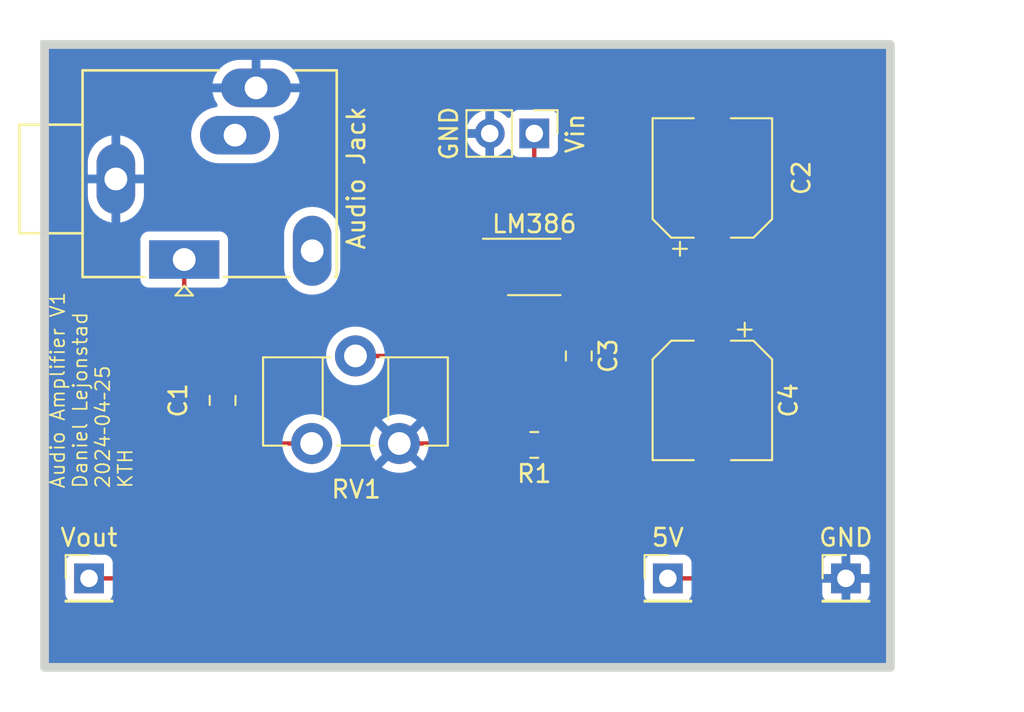
<source format=kicad_pcb>
(kicad_pcb (version 20221018) (generator pcbnew)
  (layers (0 "F.Cu" signal) (31 "B.Cu" signal) (34 "B.Paste" user) (35 "F.Paste" user) (36 "B.SilkS" user "B.Silkscreen") (37 "F.SilkS" user "F.Silkscreen") (38 "B.Mask" user) (39 "F.Mask" user) (44 "Edge.Cuts" user))
  (net 0 "")
  (net 1 "Net-(C1-Pad1)")
  (net 2 "Net-(C1-Pad2)")
  (net 3 "Net-(U1-BYPASS)")
  (net 4 "Net-(U1--)")
  (net 5 "Net-(C3-Pad1)")
  (net 6 "Net-(C3-Pad2)")
  (net 7 "Net-(J5-Pin_1)")
  (net 8 "Net-(#FLG01-pwr)")
  (net 9 "GND")
  (net 12 "Net-(U1-+)")
  (footprint "Capacitor_SMD:CP_Elec_6.3x5.4" (layer "F.Cu") (at 116.84 73.66 90)
    (fp_text reference "C2" (at 0 5.08 90) (layer "F.SilkS"))
    (fp_text value "47")
    (fp_line (start -4.4375 -1.8475) (end -3.65 -1.8475) (stroke (width 0.12)) (layer "F.SilkS"))
    (fp_line (start -4.04375 -2.24125) (end -4.04375 -1.45375) (stroke (width 0.12)) (layer "F.SilkS"))
    (fp_line (start -3.41 -2.345563) (end -3.41 -1.06) (stroke (width 0.12)) (layer "F.SilkS"))
    (fp_line (start -3.41 -2.345563) (end -2.345563 -3.41) (stroke (width 0.12)) (layer "F.SilkS"))
    (fp_line (start -3.41 2.345563) (end -3.41 1.06) (stroke (width 0.12)) (layer "F.SilkS"))
    (fp_line (start -3.41 2.345563) (end -2.345563 3.41) (stroke (width 0.12)) (layer "F.SilkS"))
    (fp_line (start -2.345563 -3.41) (end 3.41 -3.41) (stroke (width 0.12)) (layer "F.SilkS"))
    (fp_line (start -2.345563 3.41) (end 3.41 3.41) (stroke (width 0.12)) (layer "F.SilkS"))
    (fp_line (start 3.41 -3.41) (end 3.41 -1.06) (stroke (width 0.12)) (layer "F.SilkS"))
    (fp_line (start 3.41 3.41) (end 3.41 1.06) (stroke (width 0.12)) (layer "F.SilkS"))
    (pad "1" smd roundrect (at -2.8 0 90) (size 3.5 1.6) (layers "F.Cu" "F.Paste" "F.Mask") (roundrect_rratio 0.15625) (net 3 "Net-(U1-BYPASS)"))
    (pad "2" smd roundrect (at 2.8 0 90) (size 3.5 1.6) (layers "F.Cu" "F.Paste" "F.Mask") (roundrect_rratio 0.15625) (net 4 "Net-(U1--)"))
  )
  (footprint "Potentiometer_THT:Potentiometer_Piher_PT-10-H05_Horizontal" (layer "F.Cu") (at 93.98 88.82 90)
    (fp_text reference "RV1" (at -2.62 2.54 180) (layer "F.SilkS"))
    (fp_text value "10k")
    (fp_line (start -0.121 -2.771) (end -0.121 -1.426) (stroke (width 0.12)) (layer "F.SilkS"))
    (fp_line (start -0.121 -2.771) (end 4.92 -2.771) (stroke (width 0.12)) (layer "F.SilkS"))
    (fp_line (start -0.121 1.426) (end -0.121 3.575) (stroke (width 0.12)) (layer "F.SilkS"))
    (fp_line (start -0.121 1.426) (end -0.121 3.575) (stroke (width 0.12)) (layer "F.SilkS"))
    (fp_line (start -0.121 6.425) (end -0.121 7.77) (stroke (width 0.12)) (layer "F.SilkS"))
    (fp_line (start -0.121 7.77) (end 4.92 7.77) (stroke (width 0.12)) (layer "F.SilkS"))
    (fp_line (start 1.381 0.63) (end 4.92 0.63) (stroke (width 0.12)) (layer "F.SilkS"))
    (fp_line (start 1.381 4.37) (end 4.92 4.37) (stroke (width 0.12)) (layer "F.SilkS"))
    (fp_line (start 4.92 -2.771) (end 4.92 1.075) (stroke (width 0.12)) (layer "F.SilkS"))
    (fp_line (start 4.92 0.63) (end 4.92 1.075) (stroke (width 0.12)) (layer "F.SilkS"))
    (fp_line (start 4.92 3.925) (end 4.92 4.37) (stroke (width 0.12)) (layer "F.SilkS"))
    (fp_line (start 4.92 3.925) (end 4.92 7.77) (stroke (width 0.12)) (layer "F.SilkS"))
    (pad "1" thru_hole circle (at 0 0 90) (size 2.34 2.34) (drill 1.3) (layers "*.Cu" "*.Mask") (net 2 "Net-(C1-Pad2)"))
    (pad "2" thru_hole circle (at 5 2.5 90) (size 2.34 2.34) (drill 1.3) (layers "*.Cu" "*.Mask") (net 12 "Net-(U1-+)"))
    (pad "3" thru_hole circle (at 0 5 90) (size 2.34 2.34) (drill 1.3) (layers "*.Cu" "*.Mask") (net 9 "GND"))
  )
  (footprint "Connector_PinHeader_2.54mm:PinHeader_1x01_P2.54mm_Vertical" (layer "F.Cu") (at 114.3 96.52)
    (fp_text reference "5V" (at 0 -2.33) (layer "F.SilkS"))
    (fp_text value "5V")
    (fp_line (start -1.33 -1.33) (end 0 -1.33) (stroke (width 0.12)) (layer "F.SilkS"))
    (fp_line (start -1.33 0) (end -1.33 -1.33) (stroke (width 0.12)) (layer "F.SilkS"))
    (fp_line (start -1.33 1.27) (end -1.33 1.33) (stroke (width 0.12)) (layer "F.SilkS"))
    (fp_line (start -1.33 1.27) (end 1.33 1.27) (stroke (width 0.12)) (layer "F.SilkS"))
    (fp_line (start -1.33 1.33) (end 1.33 1.33) (stroke (width 0.12)) (layer "F.SilkS"))
    (fp_line (start 1.33 1.27) (end 1.33 1.33) (stroke (width 0.12)) (layer "F.SilkS"))
    (pad "1" thru_hole rect (at 0 0) (size 1.7 1.7) (drill 1) (layers "*.Cu" "*.Mask") (net 8 "Net-(#FLG01-pwr)"))
  )
  (footprint "Connector_PinHeader_2.54mm:PinHeader_1x01_P2.54mm_Vertical" (layer "F.Cu") (at 81.28 96.52)
    (fp_text reference "Vout" (at 0 -2.33) (layer "F.SilkS"))
    (fp_text value "Vout")
    (fp_line (start -1.33 -1.33) (end 0 -1.33) (stroke (width 0.12)) (layer "F.SilkS"))
    (fp_line (start -1.33 0) (end -1.33 -1.33) (stroke (width 0.12)) (layer "F.SilkS"))
    (fp_line (start -1.33 1.27) (end -1.33 1.33) (stroke (width 0.12)) (layer "F.SilkS"))
    (fp_line (start -1.33 1.27) (end 1.33 1.27) (stroke (width 0.12)) (layer "F.SilkS"))
    (fp_line (start -1.33 1.33) (end 1.33 1.33) (stroke (width 0.12)) (layer "F.SilkS"))
    (fp_line (start 1.33 1.27) (end 1.33 1.33) (stroke (width 0.12)) (layer "F.SilkS"))
    (pad "1" thru_hole rect (at 0 0) (size 1.7 1.7) (drill 1) (layers "*.Cu" "*.Mask") (net 7 "Net-(J5-Pin_1)"))
  )
  (footprint "Package_SO:MSOP-8_3x3mm_P0.65mm" (layer "F.Cu") (at 106.68 78.74)
    (fp_text reference "LM386" (at 0 -2.45) (layer "F.SilkS"))
    (fp_text value "LM386")
    (fp_line (start 0 -1.61) (end -2.925 -1.61) (stroke (width 0.12)) (layer "F.SilkS"))
    (fp_line (start 0 -1.61) (end 1.5 -1.61) (stroke (width 0.12)) (layer "F.SilkS"))
    (fp_line (start 0 1.61) (end -1.5 1.61) (stroke (width 0.12)) (layer "F.SilkS"))
    (fp_line (start 0 1.61) (end 1.5 1.61) (stroke (width 0.12)) (layer "F.SilkS"))
    (pad "1" smd roundrect (at -2.1125 -0.975) (size 1.625 0.4) (layers "F.Cu" "F.Paste" "F.Mask"))
    (pad "2" smd roundrect (at -2.1125 -0.325) (size 1.625 0.4) (layers "F.Cu" "F.Paste" "F.Mask") (net 4 "Net-(U1--)"))
    (pad "3" smd roundrect (at -2.1125 0.325) (size 1.625 0.4) (layers "F.Cu" "F.Paste" "F.Mask") (net 12 "Net-(U1-+)"))
    (pad "4" smd roundrect (at -2.1125 0.975) (size 1.625 0.4) (layers "F.Cu" "F.Paste" "F.Mask") (net 9 "GND"))
    (pad "5" smd roundrect (at 2.1125 0.975) (size 1.625 0.4) (layers "F.Cu" "F.Paste" "F.Mask") (net 5 "Net-(C3-Pad1)"))
    (pad "6" smd roundrect (at 2.1125 0.325) (size 1.625 0.4) (layers "F.Cu" "F.Paste" "F.Mask") (net 8 "Net-(#FLG01-pwr)"))
    (pad "7" smd roundrect (at 2.1125 -0.325) (size 1.625 0.4) (layers "F.Cu" "F.Paste" "F.Mask") (net 3 "Net-(U1-BYPASS)"))
    (pad "8" smd roundrect (at 2.1125 -0.975) (size 1.625 0.4) (layers "F.Cu" "F.Paste" "F.Mask"))
  )
  (footprint "Connector_Audio:Jack_3.5mm_Ledino_KB3SPRS_Horizontal" (layer "F.Cu") (at 86.71 78.3175)
    (fp_text reference "Audio Jack" (at 9.81 -4.6575 270) (layer "F.SilkS"))
    (fp_text value "AudioJack" hide)
    (fp_line (start -9.4 -7.7) (end -9.4 -1.5) (stroke (width 0.15)) (layer "F.SilkS"))
    (fp_line (start -9.4 -1.5) (end -5.8 -1.5) (stroke (width 0.15)) (layer "F.SilkS"))
    (fp_line (start -5.8 -10.8) (end 1.95 -10.8) (stroke (width 0.15)) (layer "F.SilkS"))
    (fp_line (start -5.8 -7.7) (end -9.4 -7.7) (stroke (width 0.15)) (layer "F.SilkS"))
    (fp_line (start -5.8 1) (end -5.8 -10.8) (stroke (width 0.15)) (layer "F.SilkS"))
    (fp_line (start -2.25 1) (end -5.8 1) (stroke (width 0.15)) (layer "F.SilkS"))
    (fp_line (start -0.5 2.05) (end 0.5 2.05) (stroke (width 0.12)) (layer "F.SilkS"))
    (fp_line (start 0 1.5) (end -0.5 2.05) (stroke (width 0.12)) (layer "F.SilkS"))
    (fp_line (start 0.5 2.05) (end 0 1.5) (stroke (width 0.12)) (layer "F.SilkS"))
    (fp_line (start 6 1) (end 2.25 1) (stroke (width 0.15)) (layer "F.SilkS"))
    (fp_line (start 6.3 -10.8) (end 8.7 -10.8) (stroke (width 0.15)) (layer "F.SilkS"))
    (fp_line (start 8.7 -10.8) (end 8.7 1) (stroke (width 0.15)) (layer "F.SilkS"))
    (fp_line (start 8.7 1) (end 8.6 1) (stroke (width 0.15)) (layer "F.SilkS"))
    (pad "R" thru_hole oval (at 4.1 -9.8) (size 4 2.2) (drill 1.3) (layers "*.Cu" "*.Mask") (net 9 "GND"))
    (pad "RN" thru_hole oval (at 2.9 -7.1) (size 4 2.2) (drill 1.3) (layers "*.Cu" "*.Mask"))
    (pad "S" thru_hole oval (at -3.9 -4.6) (size 2.2 4) (drill 1.3) (layers "*.Cu" "*.Mask") (net 9 "GND"))
    (pad "T" thru_hole rect (at 0 0) (size 4 2.2) (drill 1.3) (layers "*.Cu" "*.Mask") (net 1 "Net-(C1-Pad1)"))
    (pad "TN" thru_hole oval (at 7.3 -0.5 90) (size 4 2.2) (drill 1.3) (layers "*.Cu" "*.Mask"))
  )
  (footprint "Capacitor_SMD:CP_Elec_6.3x5.4" (layer "F.Cu") (at 116.84 86.36 -90)
    (fp_text reference "C4" (at 0 -4.35 90) (layer "F.SilkS"))
    (fp_text value "220")
    (fp_line (start -4.4375 -1.8475) (end -3.65 -1.8475) (stroke (width 0.12)) (layer "F.SilkS"))
    (fp_line (start -4.04375 -2.24125) (end -4.04375 -1.45375) (stroke (width 0.12)) (layer "F.SilkS"))
    (fp_line (start -3.41 -2.345563) (end -3.41 -1.06) (stroke (width 0.12)) (layer "F.SilkS"))
    (fp_line (start -3.41 -2.345563) (end -2.345563 -3.41) (stroke (width 0.12)) (layer "F.SilkS"))
    (fp_line (start -3.41 2.345563) (end -3.41 1.06) (stroke (width 0.12)) (layer "F.SilkS"))
    (fp_line (start -3.41 2.345563) (end -2.345563 3.41) (stroke (width 0.12)) (layer "F.SilkS"))
    (fp_line (start -2.345563 -3.41) (end 3.41 -3.41) (stroke (width 0.12)) (layer "F.SilkS"))
    (fp_line (start -2.345563 3.41) (end 3.41 3.41) (stroke (width 0.12)) (layer "F.SilkS"))
    (fp_line (start 3.41 -3.41) (end 3.41 -1.06) (stroke (width 0.12)) (layer "F.SilkS"))
    (fp_line (start 3.41 3.41) (end 3.41 1.06) (stroke (width 0.12)) (layer "F.SilkS"))
    (pad "1" smd roundrect (at -2.8 0 270) (size 3.5 1.6) (layers "F.Cu" "F.Paste" "F.Mask") (roundrect_rratio 0.15625) (net 5 "Net-(C3-Pad1)"))
    (pad "2" smd roundrect (at 2.8 0 270) (size 3.5 1.6) (layers "F.Cu" "F.Paste" "F.Mask") (roundrect_rratio 0.15625) (net 7 "Net-(J5-Pin_1)"))
  )
  (footprint "Capacitor_SMD:C_0805_2012Metric_Pad1.18x1.45mm_HandSolder" (layer "F.Cu") (at 109.22 83.82 -90)
    (fp_text reference "C3" (at 0 -1.68 90) (layer "F.SilkS"))
    (fp_text value "0.47")
    (fp_line (start -0.261252 -0.735) (end 0.261252 -0.735) (stroke (width 0.12)) (layer "F.SilkS"))
    (fp_line (start -0.261252 0.735) (end 0.261252 0.735) (stroke (width 0.12)) (layer "F.SilkS"))
    (pad "1" smd roundrect (at -1.0375 0 270) (size 1.175 1.45) (layers "F.Cu" "F.Paste" "F.Mask") (roundrect_rratio 0.2127659574) (net 5 "Net-(C3-Pad1)"))
    (pad "2" smd roundrect (at 1.0375 0 270) (size 1.175 1.45) (layers "F.Cu" "F.Paste" "F.Mask") (roundrect_rratio 0.2127659574) (net 6 "Net-(C3-Pad2)"))
  )
  (footprint "Capacitor_SMD:C_0805_2012Metric_Pad1.18x1.45mm_HandSolder" (layer "F.Cu") (at 88.9 86.36 -90)
    (fp_text reference "C1" (at 0 2.54 90) (layer "F.SilkS"))
    (fp_text value "0.22" hide)
    (fp_line (start -0.261252 -0.735) (end 0.261252 -0.735) (stroke (width 0.12)) (layer "F.SilkS"))
    (fp_line (start -0.261252 0.735) (end 0.261252 0.735) (stroke (width 0.12)) (layer "F.SilkS"))
    (pad "1" smd roundrect (at -1.0375 0 270) (size 1.175 1.45) (layers "F.Cu" "F.Paste" "F.Mask") (roundrect_rratio 0.2127659574) (net 1 "Net-(C1-Pad1)"))
    (pad "2" smd roundrect (at 1.0375 0 270) (size 1.175 1.45) (layers "F.Cu" "F.Paste" "F.Mask") (roundrect_rratio 0.2127659574) (net 2 "Net-(C1-Pad2)"))
  )
  (footprint "Resistor_SMD:R_0805_2012Metric_Pad1.20x1.40mm_HandSolder" (layer "F.Cu") (at 106.68 88.9 180)
    (fp_text reference "R1" (at 0 -1.65) (layer "F.SilkS"))
    (fp_text value "10")
    (fp_line (start -0.227064 -0.735) (end 0.227064 -0.735) (stroke (width 0.12)) (layer "F.SilkS"))
    (fp_line (start -0.227064 0.735) (end 0.227064 0.735) (stroke (width 0.12)) (layer "F.SilkS"))
    (pad "1" smd roundrect (at -1 0 180) (size 1.2 1.4) (layers "F.Cu" "F.Paste" "F.Mask") (roundrect_rratio 0.2083333333) (net 6 "Net-(C3-Pad2)"))
    (pad "2" smd roundrect (at 1 0 180) (size 1.2 1.4) (layers "F.Cu" "F.Paste" "F.Mask") (roundrect_rratio 0.2083333333) (net 9 "GND"))
  )
  (footprint "Connector_PinHeader_2.54mm:PinHeader_1x01_P2.54mm_Vertical" (layer "F.Cu") (at 124.46 96.52)
    (fp_text reference "GND" (at 0 -2.33) (layer "F.SilkS"))
    (fp_text value "GND")
    (fp_line (start -1.33 -1.33) (end 0 -1.33) (stroke (width 0.12)) (layer "F.SilkS"))
    (fp_line (start -1.33 0) (end -1.33 -1.33) (stroke (width 0.12)) (layer "F.SilkS"))
    (fp_line (start -1.33 1.27) (end -1.33 1.33) (stroke (width 0.12)) (layer "F.SilkS"))
    (fp_line (start -1.33 1.27) (end 1.33 1.27) (stroke (width 0.12)) (layer "F.SilkS"))
    (fp_line (start -1.33 1.33) (end 1.33 1.33) (stroke (width 0.12)) (layer "F.SilkS"))
    (fp_line (start 1.33 1.27) (end 1.33 1.33) (stroke (width 0.12)) (layer "F.SilkS"))
    (pad "1" thru_hole rect (at 0 0) (size 1.7 1.7) (drill 1) (layers "*.Cu" "*.Mask") (net 9 "GND"))
  )
  (footprint "Connector_PinHeader_2.54mm:PinHeader_1x02_P2.54mm_Vertical" (layer "F.Cu") (at 106.68 71.12 -90)
    (fp_text reference "Vin" (at 0 -2.33 90) (layer "F.SilkS"))
    (fp_text value "GND" (at 0 4.87 90) (layer "F.SilkS"))
    (fp_line (start -1.33 -1.33) (end 0 -1.33) (stroke (width 0.12)) (layer "F.SilkS"))
    (fp_line (start -1.33 0) (end -1.33 -1.33) (stroke (width 0.12)) (layer "F.SilkS"))
    (fp_line (start -1.33 1.27) (end -1.33 3.87) (stroke (width 0.12)) (layer "F.SilkS"))
    (fp_line (start -1.33 1.27) (end 1.33 1.27) (stroke (width 0.12)) (layer "F.SilkS"))
    (fp_line (start -1.33 3.87) (end 1.33 3.87) (stroke (width 0.12)) (layer "F.SilkS"))
    (fp_line (start 1.33 1.27) (end 1.33 3.87) (stroke (width 0.12)) (layer "F.SilkS"))
    (pad "1" thru_hole rect (at 0 0 270) (size 1.7 1.7) (drill 1) (layers "*.Cu" "*.Mask") (net 8 "Net-(#FLG01-pwr)"))
    (pad "2" thru_hole oval (at 0 2.54 270) (size 1.7 1.7) (drill 1) (layers "*.Cu" "*.Mask") (net 9 "GND"))
  )
  (gr_rect (start 78.74 66.04) (end 127 101.6) (stroke (width 0.5)) (fill none) (layer "Edge.Cuts"))
  (gr_text "Audio Amplifier V1\nDaniel Lejonstad\n2024–04–25\nKTH" (at 83.82 91.44 90) (layer "F.SilkS") (effects (font (size 0.8 0.8) (thickness 0.1) bold) (justify left bottom)))
  (segment (start 86.71 83.1325) (end 86.71 78.3175) (width 0.25) (layer "F.Cu") (net 1))
  (segment (start 88.9 85.3225) (end 86.71 83.1325) (width 0.25) (layer "F.Cu") (net 1))
  (segment (start 90.3225 88.82) (end 88.9 87.3975) (width 0.25) (layer "F.Cu") (net 2))
  (segment (start 93.98 88.82) (end 90.3225 88.82) (width 0.25) (layer "F.Cu") (net 2))
  (segment (start 108.7925 78.415) (end 114.885 78.415) (width 0.25) (layer "F.Cu") (net 3))
  (segment (start 114.885 78.415) (end 116.84 76.46) (width 0.25) (layer "F.Cu") (net 3))
  (segment (start 101.6 68.58) (end 114.56 68.58) (width 0.25) (layer "F.Cu") (net 4))
  (segment (start 114.56 68.58) (end 116.84 70.86) (width 0.25) (layer "F.Cu") (net 4))
  (segment (start 104.5675 78.415) (end 103.803959 78.415) (width 0.25) (layer "F.Cu") (net 4))
  (segment (start 99.06 71.12) (end 101.6 68.58) (width 0.25) (layer "F.Cu") (net 4))
  (segment (start 103.803959 78.415) (end 99.06 73.671041) (width 0.25) (layer "F.Cu") (net 4))
  (segment (start 99.06 73.671041) (end 99.06 71.12) (width 0.25) (layer "F.Cu") (net 4))
  (segment (start 116.0625 82.7825) (end 116.84 83.56) (width 0.25) (layer "F.Cu") (net 5))
  (segment (start 108.7925 79.715) (end 109.22 80.1425) (width 0.25) (layer "F.Cu") (net 5))
  (segment (start 109.22 80.1425) (end 109.22 82.7825) (width 0.25) (layer "F.Cu") (net 5))
  (segment (start 109.22 82.7825) (end 116.0625 82.7825) (width 0.25) (layer "F.Cu") (net 5))
  (segment (start 107.68 88.9) (end 109.22 87.36) (width 0.25) (layer "F.Cu") (net 6))
  (segment (start 109.22 87.36) (end 109.22 84.8575) (width 0.25) (layer "F.Cu") (net 6))
  (segment (start 116.84 89.16) (end 109.48 96.52) (width 0.25) (layer "F.Cu") (net 7))
  (segment (start 109.48 96.52) (end 81.28 96.52) (width 0.25) (layer "F.Cu") (net 7))
  (segment (start 108.7925 79.065) (end 117.165 79.065) (width 0.25) (layer "F.Cu") (net 8))
  (segment (start 106.68 71.12) (end 106.68 75.563604) (width 0.25) (layer "F.Cu") (net 8))
  (segment (start 107.13 78.74) (end 107.455 79.065) (width 0.25) (layer "F.Cu") (net 8))
  (segment (start 107.455 79.065) (end 108.7925 79.065) (width 0.25) (layer "F.Cu") (net 8))
  (segment (start 116.84 96.52) (end 114.3 96.52) (width 0.25) (layer "F.Cu") (net 8))
  (segment (start 117.165 79.065) (end 124.46 86.36) (width 0.25) (layer "F.Cu") (net 8))
  (segment (start 124.46 88.9) (end 116.84 96.52) (width 0.25) (layer "F.Cu") (net 8))
  (segment (start 107.13 76.013604) (end 107.13 78.74) (width 0.25) (layer "F.Cu") (net 8))
  (segment (start 124.46 86.36) (end 124.46 88.9) (width 0.25) (layer "F.Cu") (net 8))
  (segment (start 106.68 75.563604) (end 107.13 76.013604) (width 0.25) (layer "F.Cu") (net 8))
  (segment (start 98.98 88.82) (end 105.6 88.82) (width 0.25) (layer "F.Cu") (net 9))
  (segment (start 104.14 73.66) (end 106.68 76.2) (width 0.25) (layer "F.Cu") (net 9))
  (segment (start 104.14 71.12) (end 104.14 73.66) (width 0.25) (layer "F.Cu") (net 9))
  (segment (start 106.68 76.2) (end 106.68 78.74) (width 0.25) (layer "F.Cu") (net 9))
  (segment (start 105.6 88.82) (end 105.68 88.9) (width 0.25) (layer "F.Cu") (net 9))
  (segment (start 106.68 78.74) (end 105.705 79.715) (width 0.25) (layer "F.Cu") (net 9))
  (segment (start 105.705 79.715) (end 104.5675 79.715) (width 0.25) (layer "F.Cu") (net 9))
  (segment (start 99.06 83.82) (end 101.6 81.28) (width 0.25) (layer "F.Cu") (net 12))
  (segment (start 101.6 81.268959) (end 103.803959 79.065) (width 0.25) (layer "F.Cu") (net 12))
  (segment (start 96.48 83.82) (end 99.06 83.82) (width 0.25) (layer "F.Cu") (net 12))
  (segment (start 103.803959 79.065) (end 104.5675 79.065) (width 0.25) (layer "F.Cu") (net 12))
  (segment (start 101.6 81.28) (end 101.6 81.268959) (width 0.25) (layer "F.Cu") (net 12))
  (zone (net 9) (net_name "GND") (layer "B.Cu") (connect_pads (clearance 0.5)) (min_thickness 0.25) (fill yes (thermal_gap 0.5) (thermal_bridge_width 0.5))
    (polygon (pts (xy 76.2 63.5) (xy 134.62 63.5) (xy 134.62 104.14) (xy 76.2 104.14)))
  )
)
</source>
